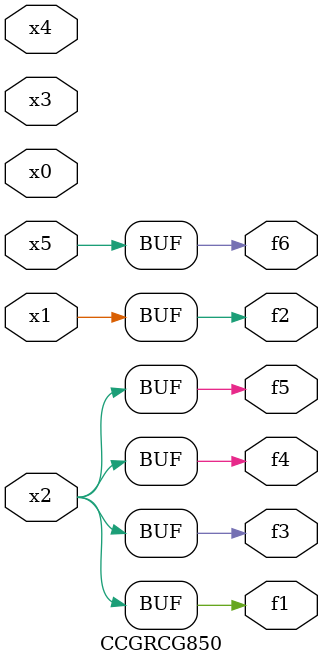
<source format=v>
module CCGRCG850(
	input x0, x1, x2, x3, x4, x5,
	output f1, f2, f3, f4, f5, f6
);
	assign f1 = x2;
	assign f2 = x1;
	assign f3 = x2;
	assign f4 = x2;
	assign f5 = x2;
	assign f6 = x5;
endmodule

</source>
